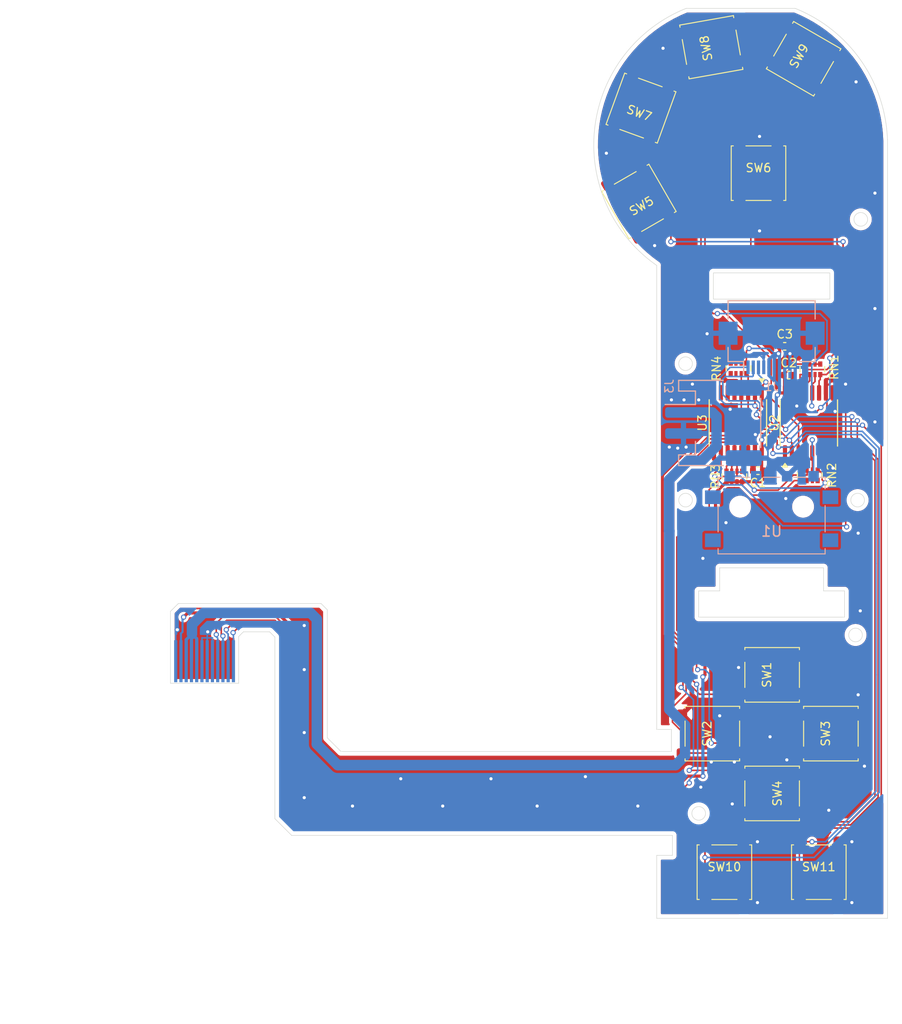
<source format=kicad_pcb>
(kicad_pcb (version 20240108) (generator "pcbnew") (generator_version "8.0")
  (title_block (title "Sitina 1 Grip Flex") (date "2024-05-09") (rev "R0.10") (company "Copyright 2024 Wenting Zhang"))
  (layers (0 "F.Cu" signal) (31 "B.Cu" signal) (34 "B.Paste" user) (35 "F.Paste" user) (36 "B.SilkS" user "B.Silkscreen") (37 "F.SilkS" user "F.Silkscreen") (38 "B.Mask" user) (39 "F.Mask" user) (44 "Edge.Cuts" user))
  (net 0 "")
  (net 1 "+3V3")
  (net 2 "GND")
  (net 3 "SPI_CS")
  (net 4 "SPI_SCLK")
  (net 5 "SPI_MOSI")
  (net 6 "SPI_MISO")
  (net 7 "+BATT")
  (net 8 "/KEYMODE")
  (net 9 "/KEYAF")
  (net 10 "/KEYALT")
  (net 11 "/KEYISO")
  (net 12 "/ENCB")
  (net 13 "/ENCA")
  (net 14 "/KEYSHTR")
  (net 15 "/ENCS")
  (net 16 "/KEYUP")
  (net 17 "/KEYLEFT")
  (net 18 "/KEYRIGHT")
  (net 19 "/KEYDOWN")
  (net 21 "KEY_LOAD")
  (net 22 "Net-(U2-Q7)")
  (net 23 "/KEYPB")
  (net 28 "/KEYMENU")
  (footprint "Capacitor_SMD:C_0402_1005Metric" (layer "F.Cu") (at 163.8 94)
    (property "Reference" "C3")
    (property "Value" "100nF")
  )
  (footprint "Capacitor_SMD:C_0402_1005Metric" (layer "F.Cu") (at 161.25 105.85 180)
    (property "Reference" "C1")
    (property "Value" "100nF")
  )
  (footprint "footprints:HX-TS5208A" (layer "F.Cu") (at 150.1 71.3 160)
    (property "Reference" "SW7")
    (property "Value" "~")
  )
  (footprint "Capacitor_SMD:C_0402_1005Metric" (layer "F.Cu") (at 164.1875 96.7375)
    (property "Reference" "C2")
    (property "Value" "100nF")
  )
  (footprint "footprints:HX-TS5208A" (layer "F.Cu") (at 156.8 65.5 100)
    (property "Reference" "SW8")
    (property "Value" "~")
  )
  (footprint "footprints:HX-TS5208A" (layer "F.Cu") (at 167.05 144.1)
    (property "Reference" "SW11")
    (property "Value" "~")
  )
  (footprint "Resistor_SMD:R_Array_Convex_4x0402" (layer "F.Cu") (at 159.4 96.1 90)
    (property "Reference" "RN4")
    (property "Value" "10K")
  )
  (footprint "footprints:HX-TS5208A" (layer "F.Cu") (at 158.05 144.1)
    (property "Reference" "SW10")
    (property "Value" "~")
  )
  (footprint "Resistor_SMD:R_Array_Convex_4x0402" (layer "F.Cu") (at 166.1875 106.2875 -90)
    (property "Reference" "RN2")
    (property "Value" "10K")
  )
  (footprint "Resistor_SMD:R_Array_Convex_4x0402" (layer "F.Cu") (at 159 106.4 -90)
    (property "Reference" "RN3")
    (property "Value" "10K")
  )
  (footprint "Resistor_SMD:R_Array_Convex_4x0402" (layer "F.Cu") (at 166.4375 96.1875 90)
    (property "Reference" "RN1")
    (property "Value" "10K")
  )
  (footprint "footprints:HX-TS5208A" (layer "F.Cu") (at 156.9 130.9 90)
    (property "Reference" "SW2")
    (property "Value" "~")
  )
  (footprint "footprints:HX-TS5208A" (layer "F.Cu") (at 161.3 77.5)
    (property "Reference" "SW6")
    (property "Value" "~")
  )
  (footprint "footprints:HX-TS5208A" (layer "F.Cu") (at 162.6 125.3 90)
    (property "Reference" "SW1")
    (property "Value" "~")
  )
  (footprint "Package_SO:TSSOP-16_4.4x5mm_P0.65mm" (layer "F.Cu") (at 166.1 101.3 90)
    (property "Reference" "U2")
    (property "Value" "74HC165")
  )
  (footprint "footprints:HX-TS5208A" (layer "F.Cu") (at 149.9 80.2 -150)
    (property "Reference" "SW5")
    (property "Value" "~")
  )
  (footprint "footprints:HX-TS5208A" (layer "F.Cu") (at 162.6 136.6 -90)
    (property "Reference" "SW4")
    (property "Value" "~")
  )
  (footprint "footprints:HX-TS5208A" (layer "F.Cu") (at 168.2 130.9 90)
    (property "Reference" "SW3")
    (property "Value" "~")
  )
  (footprint "Package_SO:TSSOP-16_4.4x5mm_P0.65mm" (layer "F.Cu") (at 159.3375 101.2875 -90)
    (property "Reference" "U3")
    (property "Value" "74HC165")
  )
  (footprint "footprints:HX-TS5208A" (layer "F.Cu") (at 165.6 66.6 60)
    (property "Reference" "SW9")
    (property "Value" "~")
  )
  (footprint "footprints:FPC_12" (layer "B.Cu") (at 108.5 124 180)
    (property "Reference" "J2" (hide yes))
    (property "Value" "Conn_01x12")
  )
  (footprint "Connector_JST:JST_PH_S2B-PH-SM4-TB_1x02-1MP_P2.00mm_Horizontal" (layer "B.Cu") (at 157 101.3 -90)
    (property "Reference" "J3")
    (property "Value" "Conn_01x02_MountingPin")
  )
  (footprint "Connector_FFC-FPC:Hirose_FH12-10S-0.5SH_1x10-1MP_P0.50mm_Horizontal" (layer "B.Cu") (at 162.55 94.15)
    (property "Reference" "J1")
    (property "Value" "Conn_01x10_MountingPin")
  )
  (footprint "footprints:SIQ-02FVS3_L" (layer "B.Cu") (at 162.55 113.775)
    (property "Reference" "U1")
    (property "Value" "~")
  )
  (gr_line (start 155.6 117.3) (end 155.6 119.8) (stroke (width 0.05)) (layer "Edge.Cuts"))
  (gr_line (start 153.1 142.5) (end 153.1 140.6) (stroke (width 0.05)) (layer "Edge.Cuts"))
  (gr_circle (center 170.75 108.65) (end 171.4 108.65) (stroke (width 0.05)) (fill none) (layer "Edge.Cuts"))
  (gr_line (start 115.2 139) (end 116.8 140.6) (stroke (width 0.05)) (layer "Edge.Cuts"))
  (gr_circle (center 170.55 121.5) (end 171.2 121.5) (stroke (width 0.05)) (fill none) (layer "Edge.Cuts"))
  (gr_line (start 151.6 148.5) (end 151.6 142.5) (stroke (width 0.05)) (layer "Edge.Cuts"))
  (gr_rect (start 157 87) (end 168.1 89.5) (stroke (width 0.05)) (fill none) (layer "Edge.Cuts"))
  (gr_line (start 169.5 117.3) (end 167.5 117.3) (stroke (width 0.05)) (layer "Edge.Cuts"))
  (gr_circle (center 155.6 138.5) (end 156.25 138.5) (stroke (width 0.05)) (fill none) (layer "Edge.Cuts"))
  (gr_line (start 105.25 126.1) (end 105.25 119.25) (stroke (width 0.05)) (layer "Edge.Cuts"))
  (gr_line (start 115.2 121.7) (end 115.2 139) (stroke (width 0.05)) (layer "Edge.Cuts"))
  (gr_line (start 106 118.5) (end 119.6 118.5) (stroke (width 0.05)) (layer "Edge.Cuts"))
  (gr_line (start 116.8 140.6) (end 153.1 140.6) (stroke (width 0.05)) (layer "Edge.Cuts"))
  (gr_arc (start 151.604283 86.293846) (mid 145.688895 73.212192) (end 154.4 61.8) (stroke (width 0.05)) (layer "Edge.Cuts"))
  (gr_line (start 121.5 132.6) (end 153 132.6) (stroke (width 0.05)) (layer "Edge.Cuts"))
  (gr_line (start 111.75 121.65) (end 112.2 121.2) (stroke (width 0.05)) (layer "Edge.Cuts"))
  (gr_line (start 151.6 142.5) (end 153.1 142.5) (stroke (width 0.05)) (layer "Edge.Cuts"))
  (gr_line (start 114.7 121.2) (end 115.2 121.7) (stroke (width 0.05)) (layer "Edge.Cuts"))
  (gr_line (start 173.6 148.5) (end 173.6 74.3) (stroke (width 0.05)) (layer "Edge.Cuts"))
  (gr_line (start 154.4 61.8) (end 164.799999 61.800001) (stroke (width 0.05)) (layer "Edge.Cuts"))
  (gr_line (start 157.6 115.1) (end 157.6 117.3) (stroke (width 0.05)) (layer "Edge.Cuts"))
  (gr_line (start 153 132.6) (end 153 130.5) (stroke (width 0.05)) (layer "Edge.Cuts"))
  (gr_line (start 157.6 117.3) (end 155.6 117.3) (stroke (width 0.05)) (layer "Edge.Cuts"))
  (gr_circle (center 154.35 95.65) (end 155 95.65) (stroke (width 0.05)) (fill none) (layer "Edge.Cuts"))
  (gr_line (start 173.6 148.5) (end 151.6 148.5) (stroke (width 0.05)) (layer "Edge.Cuts"))
  (gr_line (start 112.2 121.2) (end 114.7 121.2) (stroke (width 0.05)) (layer "Edge.Cuts"))
  (gr_arc (start 164.799999 61.800001) (mid 171.052171 66.744708) (end 173.592506 74.300267) (stroke (width 0.05)) (layer "Edge.Cuts"))
  (gr_line (start 153 130.5) (end 151.6 130.5) (stroke (width 0.05)) (layer "Edge.Cuts"))
  (gr_circle (center 171.05 81.9) (end 171.7 81.9) (stroke (width 0.05)) (fill none) (layer "Edge.Cuts"))
  (gr_circle (center 154.35 108.65) (end 155 108.65) (stroke (width 0.05)) (fill none) (layer "Edge.Cuts"))
  (gr_line (start 119.6 118.5) (end 120.2 119.1) (stroke (width 0.05)) (layer "Edge.Cuts"))
  (gr_line (start 155.6 119.8) (end 169.5 119.8) (stroke (width 0.05)) (layer "Edge.Cuts"))
  (gr_line (start 111.75 121.65) (end 111.75 126.1) (stroke (width 0.05)) (layer "Edge.Cuts"))
  (gr_line (start 111.75 126.1) (end 105.25 126.1) (stroke (width 0.05)) (layer "Edge.Cuts"))
  (gr_line (start 167.5 117.3) (end 167.5 115.1) (stroke (width 0.05)) (layer "Edge.Cuts"))
  (gr_line (start 151.6 130.5) (end 151.6 86.3) (stroke (width 0.05)) (layer "Edge.Cuts"))
  (gr_line (start 169.5 119.8) (end 169.5 117.3) (stroke (width 0.05)) (layer "Edge.Cuts"))
  (gr_line (start 120.2 131.3) (end 121.5 132.6) (stroke (width 0.05)) (layer "Edge.Cuts"))
  (gr_line (start 105.25 119.25) (end 106 118.5) (stroke (width 0.05)) (layer "Edge.Cuts"))
  (gr_line (start 167.5 115.1) (end 157.6 115.1) (stroke (width 0.05)) (layer "Edge.Cuts"))
  (gr_line (start 120.2 119.1) (end 120.2 131.3) (stroke (width 0.05)) (layer "Edge.Cuts"))
  (segment (start 160.15 94.45) (end 160.4 94.2) (width 0.15) (layer "F.Cu") (net 1))
  (segment (start 115.454594 119.4) (end 117.275 121.220406) (width 0.3) (layer "F.Cu") (net 1))
  (segment (start 159.75 106.9) (end 161.4871 106.9) (width 0.3) (layer "F.Cu") (net 1))
  (segment (start 161.4871 106.9) (end 161.73 106.6571) (width 0.3) (layer "F.Cu") (net 1))
  (segment (start 159.75 107.221752) (end 159.75 106.9) (width 0.15) (layer "F.Cu") (net 1))
  (segment (start 155.993562 134.95) (end 156 134.956438) (width 0.3) (layer "F.Cu") (net 1))
  (segment (start 163.32 94.58) (end 163.2 94.7) (width 0.3) (layer "F.Cu") (net 1))
  (segment (start 161.6 105.72) (end 161.6 104.1625) (width 0.3) (layer "F.Cu") (net 1))
  (segment (start 157.2 107.95) (end 158.25 106.9) (width 0.3) (layer "F.Cu") (net 1))
  (segment (start 164.7125 106.7875) (end 163.325 108.175) (width 0.15) (layer "F.Cu") (net 1))
  (segment (start 154.2 112.9) (end 157.2 109.9) (width 0.3) (layer "F.Cu") (net 1))
  (segment (start 166.4375 106.7875) (end 165.4375 106.7875) (width 0.15) (layer "F.Cu") (net 1))
  (segment (start 156.2 125.3) (end 156.2 122.622703) (width 0.3) (layer "F.Cu") (net 1))
  (segment (start 157.2 109.9) (end 157.2 107.95) (width 0.3) (layer "F.Cu") (net 1))
  (segment (start 154.2 120.622703) (end 154.2 112.9) (width 0.3) (layer "F.Cu") (net 1))
  (segment (start 161.73 105.85) (end 161.6 105.72) (width 0.3) (layer "F.Cu") (net 1))
  (segment (start 117.275 121.220406) (end 117.275 138.1475) (width 0.3) (layer "F.Cu") (net 1))
  (segment (start 158.65 95.6) (end 160.15 95.6) (width 0.15) (layer "F.Cu") (net 1))
  (segment (start 161.73 106.6571) (end 161.73 105.85) (width 0.3) (layer "F.Cu") (net 1))
  (segment (start 163.825 96.855) (end 163.7075 96.7375) (width 0.3) (layer "F.Cu") (net 1))
  (segment (start 117.7525 138.625) (end 150.875 138.625) (width 0.3) (layer "F.Cu") (net 1))
  (segment (start 161.6 104.1625) (end 161.6125 104.15) (width 0.3) (layer "F.Cu") (net 1))
  (segment (start 166.9375 106.7875) (end 166.5108 106.7875) (width 0.15) (layer "F.Cu") (net 1))
  (segment (start 167.1875 95.6875) (end 166.7608 95.6875) (width 0.15) (layer "F.Cu") (net 1))
  (segment (start 106.9 119.4) (end 115.454594 119.4) (width 0.3) (layer "F.Cu") (net 1))
  (segment (start 117.275 138.1475) (end 117.7525 138.625) (width 0.3) (layer "F.Cu") (net 1))
  (segment (start 154.55 134.95) (end 155.993562 134.95) (width 0.3) (layer "F.Cu") (net 1))
  (segment (start 163.325 108.175) (end 160.703248 108.175) (width 0.15) (layer "F.Cu") (net 1))
  (segment (start 163.825 98.4375) (end 163.7075 98.4375) (width 0.15) (layer "F.Cu") (net 1))
  (segment (start 156 125.5) (end 156.2 125.3) (width 0.3) (layer "F.Cu") (net 1))
  (segment (start 166.6875 95.5683) (end 166.7608 95.6416) (width 0.15) (layer "F.Cu") (net 1))
  (segment (start 165.6875 95.6875) (end 164.7575 95.6875) (width 0.15) (layer "F.Cu") (net 1))
  (segment (start 161.6125 104.15) (end 161.6125 102.9) (width 0.3) (layer "F.Cu") (net 1))
  (segment (start 166.5108 106.8333) (end 166.5108 106.7875) (width 0.15) (layer "F.Cu") (net 1))
  (segment (start 163.7075 98.4375) (end 163.7075 96.7375) (width 0.15) (layer "F.Cu") (net 1))
  (segment (start 160.703248 108.175) (end 159.75 107.221752) (width 0.15) (layer "F.Cu") (net 1))
  (segment (start 163.32 94) (end 163.32 94.58) (width 0.3) (layer "F.Cu") (net 1))
  (segment (start 165.4375 106.7875) (end 164.7125 106.7875) (width 0.15) (layer "F.Cu") (net 1))
  (segment (start 164.7575 95.6875) (end 163.7075 96.7375) (width 0.15) (layer "F.Cu") (net 1))
  (segment (start 163.825 98.4375) (end 163.825 96.855) (width 0.3) (layer "F.Cu") (net 1))
  (segment (start 166.4375 106.7875) (end 166.4375 106.9066) (width 0.15) (layer "F.Cu") (net 1))
  (segment (start 163.7075 98.4375) (end 163.3042 98.4375) (width 0.15) (layer "F.Cu") (net 1))
  (segment (start 163.825 98.4375) (end 163.3042 98.4375) (width 0.3) (layer "F.Cu") (net 1))
  (segment (start 166.4375 106.9066) (end 166.5108 106.8333) (width 0.15) (layer "F.Cu") (net 1))
  (segment (start 166.6875 95.6875) (end 165.6875 95.6875) (width 0.15) (layer "F.Cu") (net 1))
  (segment (start 163.3042 98.4375) (end 163.1102 98.6315) (width 0.3) (layer "F.Cu") (net 1))
  (segment (start 156.2 122.622703) (end 154.2 120.622703) (width 0.3) (layer "F.Cu") (net 1))
  (segment (start 160.15 95.6) (end 160.15 94.45) (width 0.15) (layer "F.Cu") (net 1))
  (segment (start 150.875 138.625) (end 154.55 134.95) (width 0.3) (layer "F.Cu") (net 1))
  (segment (start 106.5 119.8) (end 106.9 119.4) (width 0.3) (layer "F.Cu") (net 1))
  (segment (start 166.7608 95.6416) (end 166.7608 95.6875) (width 0.15) (layer "F.Cu") (net 1))
  (segment (start 158.25 106.9) (end 159.75 106.9) (width 0.3) (layer "F.Cu") (net 1))
  (segment (start 166.6875 95.6875) (end 166.6875 95.5683) (width 0.15) (layer "F.Cu") (net 1))
  (via (at 106.5 119.8) (size 0.5) (drill 0.3) (layers "F.Cu" "B.Cu") (net 1))
  (via (at 163.2 94.7) (size 0.5) (drill 0.3) (layers "F.Cu" "B.Cu") (net 1))
  (via (at 156 125.5) (size 0.5) (drill 0.3) (layers "F.Cu" "B.Cu") (net 1))
  (via (at 156 134.956438) (size 0.5) (drill 0.3) (layers "F.Cu" "B.Cu") (net 1))
  (via (at 163.1102 98.6315) (size 0.5) (drill 0.3) (layers "F.Cu" "B.Cu") (net 1))
  (via (at 160.4 94.2) (size 0.5) (drill 0.3) (layers "F.Cu" "B.Cu") (net 1))
  (via (at 161.6125 102.9) (size 0.5) (drill 0.3) (layers "F.Cu" "B.Cu") (net 1))
  (segment (start 160.4 94.2) (end 162.35 94.2) (width 0.15) (layer "B.Cu") (net 1))
  (segment (start 162.3 96) (end 162.3 95.25) (width 0.3) (layer "B.Cu") (net 1))
  (segment (start 156 134.956438) (end 156 125.5) (width 0.3) (layer "B.Cu") (net 1))
  (segment (start 162.3 95.25) (end 162.85 94.7) (width 0.3) (layer "B.Cu") (net 1))
  (segment (start 106.5 119.8) (end 106.4 119.9) (width 0.2) (layer "B.Cu") (net 1))
  (segment (start 163 98.7417) (end 163.1102 98.6315) (width 0.3) (layer "B.Cu") (net 1))
  (segment (start 162.35 94.2) (end 162.85 94.7) (width 0.15) (layer "B.Cu") (net 1))
  (segment (start 163 101.26967) (end 163 98.7417) (width 0.3) (layer "B.Cu") (net 1))
  (segment (start 162.8 96) (end 162.8 95.1) (width 0.3) (layer "B.Cu") (net 1))
  (segment (start 161.6125 102.65717) (end 163 101.26967) (width 0.3) (layer "B.Cu") (net 1))
  (segment (start 162.85 94.7) (end 163.2 94.7) (width 0.3) (layer "B.Cu") (net 1))
  (segment (start 106.4 121.207107) (end 106.25 121.357107) (width 0.2) (layer "B.Cu") (net 1))
  (segment (start 161.6125 102.9) (end 161.6125 102.65717) (width 0.3) (layer "B.Cu") (net 1))
  (segment (start 162.8 95.1) (end 163.2 94.7) (width 0.3) (layer "B.Cu") (net 1))
  (segment (start 106.25 121.357107) (end 106.25 124) (width 0.2) (layer "B.Cu") (net 1))
  (segment (start 162.3 96) (end 162.3 96.78) (width 0.3) (layer "B.Cu") (net 1))
  (segment (start 163.3 97.78) (end 163.3 96) (width 0.3) (layer "B.Cu") (net 1))
  (segment (start 163.3 94.8) (end 163.2 94.7) (width 0.3) (layer "B.Cu") (net 1))
  (segment (start 162.3 96.78) (end 162.8 97.28) (width 0.15) (layer "B.Cu") (net 1))
  (segment (start 162.8 96) (end 162.8 97.28) (width 0.3) (layer "B.Cu") (net 1))
  (segment (start 106.4 119.9) (end 106.4 121.207107) (width 0.2) (layer "B.Cu") (net 1))
  (segment (start 163.1102 98.6315) (end 163.3 98.4417) (width 0.3) (layer "B.Cu") (net 1))
  (segment (start 163.3 96) (end 163.3 94.8) (width 0.3) (layer "B.Cu") (net 1))
  (segment (start 162.8 97.28) (end 163.01 97.49) (width 0.3) (layer "B.Cu") (net 1))
  (segment (start 162.8379 96.4004) (end 162.8 96.4383) (width 0.15) (layer "B.Cu") (net 1))
  (segment (start 162.8 96) (end 162.8 96.4383) (width 0.15) (layer "B.Cu") (net 1))
  (segment (start 163.01 97.49) (end 163.3 97.78) (width 0.3) (layer "B.Cu") (net 1))
  (segment (start 163.3 98.4417) (end 163.3 97.78) (width 0.3) (layer "B.Cu") (net 1))
  (segment (start 162.3 96.78) (end 163.01 97.49) (width 0.3) (layer "B.Cu") (net 1))
  (segment (start 160.9625 104.15) (end 160.9625 102.9725) (width 0.15) (layer "F.Cu") (net 2))
  (segment (start 165.3 129.05) (end 164.9115 129.4385) (width 0.15) (layer "F.Cu") (net 2))
  (segment (start 169.0365 66.4479) (end 169.92 67.3314) (width 0.15) (layer "F.Cu") (net 2))
  (segment (start 159.9 141.2) (end 161.2 141.2) (width 0.15) (layer "F.Cu") (net 2))
  (segment (start 164.9487 99.6856) (end 166.5822 101.3191) (width 0.15) (layer "F.Cu") (net 2))
  (segment (start 169.2667 116.4697) (end 169.4782 116.6812) (width 0.15) (layer "F.Cu") (net 2))
  (segment (start 168.9 147) (end 170.2 147) (width 0.15) (layer "F.Cu") (net 2))
  (segment (start 159.9 147) (end 161.2 147) (width 0.15) (layer "F.Cu") (net 2))
  (segment (start 170.104023 120.075977) (end 166.3056 123.8744) (width 0.15) (layer "F.Cu") (net 2))
  (segment (start 169.6712 116.6812) (end 170.104023 117.114023) (width 0.15) (layer "F.Cu") (net 2))
  (segment (start 168.375 103.1119) (end 168.375 104.1625) (width 0.15) (layer "F.Cu") (net 2))
  (segment (start 164.6675 96.7375) (end 164.475 96.93) (width 0.15) (layer "F.Cu") (net 2))
  (segment (start 169.1987 114.1625) (end 169.1987 114.6523) (width 0.15) (layer "F.Cu") (net 2))
  (segment (start 106.225 118.975) (end 117.475 118.975) (width 0.15) (layer "F.Cu") (net 2))
  (segment (start 105.9 119.3) (end 106.225 118.975) (width 0.15) (layer "F.Cu") (net 2))
  (segment (start 167.7337 98.4375) (end 167.8263 98.5301) (width 0.15) (layer "F.Cu") (net 2))
  (segment (start 149.3534 67.9422) (end 152.2 65.6) (width 0.15) (layer "F.Cu") (net 2))
  (segment (start 169.2123 115.6457) (end 169.2123 115.7147) (width 0.15) (layer "F.Cu") (net 2))
  (segment (start 159.7081 63.5479) (end 159.3347 63.1745) (width 0.15) (layer "F.Cu") (net 2))
  (segment (start 164.9115 129.4385) (end 164.523 129.4385) (width 0.15) (layer "F.Cu") (net 2))
  (segment (start 153.6228 64.1817) (end 159.3347 63.1745) (width 0.15) (layer "F.Cu") (net 2))
  (segment (start 168.9117 106.213) (end 169.1953 106.4966) (width 0.15) (layer "F.Cu") (net 2))
  (segment (start 147.3697 73.3924) (end 149.3534 67.9422) (width 0.15) (layer "F.Cu") (net 2))
  (segment (start 169.92 67.3314) (end 169.92 95.6924) (width 0.15) (layer "F.Cu") (net 2))
  (segment (start 166.3056 123.8744) (end 165.9245 123.8744) (width 0.15) (layer "F.Cu") (net 2))
  (segment (start 157.0625 99.0725) (end 157.0625 98.425) (width 0.15) (layer "F.Cu") (net 2))
  (segment (start 169.2304 115.7328) (end 169.2304 116.0372) (width 0.15) (layer "F.Cu") (net 2))
  (segment (start 152.2 65.6) (end 153.6228 64.1817) (width 0.15) (layer "F.Cu") (net 2))
  (segment (start 169.1953 106.4966) (end 169.1953 110.768) (width 0.15) (layer "F.Cu") (net 2))
  (segment (start 105.9 121) (end 105.9 119.3) (width 0.15) (layer "F.Cu") (net 2))
  (segment (start 154.7518 128.2982) (end 154 129.05) (width 0.15) (layer "F.Cu") (net 2))
  (segment (start 168.9106 105.4121) (end 168.9117 105.4132) (width 0.15) (layer "F.Cu") (net 2))
  (segment (start 152.15635 86.47365) (end 157.0625 91.3798) (width 0.15) (layer "F.Cu") (net 2))
  (segment (start 161.3119 63.5479) (end 164.0135 63.5479) (width 0.15) (layer "F.Cu") (net 2))
  (segment (start 149.747853 83.636473) (end 152.15635 86.04497) (width 0.15) (layer "F.Cu") (net 2))
  (segment (start 164.475 96.93) (end 164.475 98.4375) (width 0.15) (layer "F.Cu") (net 2))
  (segment (start 117.475 118.975) (end 118.1 119.6) (width 0.15) (layer "F.Cu") (net 2))
  (segment (start 168.9 141.2) (end 170.2 141.2) (width 0.15) (layer "F.Cu") (net 2))
  (segment (start 160.9625 102.9725) (end 157.0625 99.0725) (width 0.15) (layer "F.Cu") (net 2))
  (segment (start 163.15 80.4) (end 163.15 74.6) (width 0.15) (layer "F.Cu") (net 2))
  (segment (start 161.3119 63.5479) (end 159.7081 63.5479) (width 0.15) (layer "F.Cu") (net 2))
  (segment (start 168.375 104.1625) (end 168.9106 104.6981) (width 0.15) (layer "F.Cu") (net 2))
  (segment (start 164.523 129.4385) (end 160.1885 129.4385) (width 0.15) (layer "F.Cu") (net 2))
  (segment (start 169.4782 116.6812) (end 169.6712 116.6812) (width 0.15) (layer "F.Cu") (net 2))
  (segment (start 168.9106 104.6981) (end 168.9106 105.4121) (width 0.15) (layer "F.Cu") (net 2))
  (segment (start 161.3119 72.7619) (end 163.15 74.6) (width 0.15) (layer "F.Cu") (net 2))
  (segment (start 164.0135 63.5479) (end 169.0365 66.4479) (width 0.15) (layer "F.Cu") (net 2))
  (segment (start 160.1885 129.4385) (end 159.8 129.05) (width 0.15) (layer "F.Cu") (net 2))
  (segment (start 169.2032 114.6568) (end 169.2032 115.6366) (width 0.15) (layer "F.Cu") (net 2))
  (segment (start 169.1987 114.6523) (end 169.2032 114.6568) (width 0.15) (layer "F.Cu") (net 2))
  (segment (start 146.8479 78.6135) (end 149.7479 83.6365) (width 0.15) (layer "F.Cu") (net 2))
  (segment (start 169.1964 114.1602) (end 169.1987 114.1625) (width 0.15) (layer "F.Cu") (net 2))
  (segment (start 166.5822 101.3191) (end 168.375 103.1119) (width 0.15) (layer "F.Cu") (net 2))
  (segment (start 169.1964 110.7691) (end 169.1964 114.1602) (width 0.15) (layer "F.Cu") (net 2))
  (segment (start 167.8263 98.5301) (end 167.8263 100.075) (width 0.15) (layer "F.Cu") (net 2))
  (segment (start 169.2032 115.6366) (end 169.2123 115.6457) (width 0.15) (layer "F.Cu") (net 2))
  (segment (start 165.5 138.45) (end 159.7 138.45) (width 0.15) (layer "F.Cu") (net 2))
  (segment (start 167.7337 97.8787) (end 167.7337 98.4375) (width 0.15) (layer "F.Cu") (net 2))
  (segment (start 165.5 123.45) (end 159.7 123.45) (width 0.15) (layer "F.Cu") (net 2))
  (segment (start 152.15635 86.04497) (end 152.15635 86.47365) (width 0.15) (layer "F.Cu") (net 2))
  (segment (start 167.7337 98.4375) (end 167.725 98.4375) (width 0.15) (layer "F.Cu") (net 2))
  (segment (start 170.104023 117.114023) (end 170.104023 120.075977) (width 0.15) (layer "F.Cu") (net 2))
  (segment (start 169.2667 116.0735) (end 169.2667 116.4697) (width 0.15) (layer "F.Cu") (net 2))
  (segment (start 158.9724 128.2982) (end 154.7518 128.2982) (width 0.15) (layer "F.Cu") (net 2))
  (segment (start 160.77 105.85) (end 160.9625 105.6575) (width 0.15) (layer "F.Cu") (net 2))
  (segment (start 160.9625 105.6575) (end 160.9625 104.15) (width 0.15) (layer "F.Cu") (net 2))
  (segment (start 161.3119 63.5479) (end 161.3119 72.7619) (width 0.15) (layer "F.Cu") (net 2))
  (segment (start 164.28 94) (end 164.28 94.68) (width 0.15) (layer "F.Cu") (net 2))
  (segment (start 164.475 99.2119) (end 164.9487 99.6856) (width 0.15) (layer "F.Cu") (net 2))
  (segment (start 169.1953 110.768) (end 169.1964 110.7691) (width 0.15) (layer "F.Cu") (net 2))
  (segment (start 164.28 94.68) (end 164.3 94.7) (width 0.15) (layer "F.Cu") (net 2))
  (segment (start 168.9117 105.4132) (end 168.9117 106.213) (width 0.15) (layer "F.Cu") (net 2))
  (segment (start 146.8479 78.6135) (end 147.3697 73.3924) (width 0.15) (layer "F.Cu") (net 2))
  (segment (start 169.92 95.6924) (end 167.7337 97.8787) (width 0.15) (layer "F.Cu") (net 2))
  (segment (start 167.8263 100.075) (end 166.5822 101.3191) (width 0.15) (layer "F.Cu") (net 2))
  (segment (start 164.475 98.4375) (end 164.475 99.2119) (width 0.15) (layer "F.Cu") (net 2))
  (segment (start 171.1 129.05) (end 166.2546 129.05) (width 0.15) (layer "F.Cu") (net 2))
  (segment (start 165.9245 123.8744) (end 165.5 123.45) (width 0.15) (layer "F.Cu") (net 2))
  (segment (start 169.2304 116.0372) (end 169.2667 116.0735) (width 0.15) (layer "F.Cu") (net 2))
  (segment (start 166.2546 129.05) (end 165.3 129.05) (width 0.15) (layer "F.Cu") (net 2))
  (segment (start 159.8 129.05) (end 159.0482 128.2982) (width 0.15) (layer "F.Cu") (net 2))
  (segment (start 157.0625 91.3798) (end 157.0625 98.425) (width 0.15) (layer "F.Cu") (net 2))
  (segment (start 169.2123 115.7147) (end 169.2304 115.7328) (width 0.15) (layer "F.Cu") (net 2))
  (segment (start 166.2546 124.2046) (end 165.9245 123.8744) (width 0.15) (layer "F.Cu") (net 2))
  (segment (start 166.2546 129.05) (end 166.2546 124.2046) (width 0.15) (layer "F.Cu") (net 2))
  (segment (start 159.0482 128.2982) (end 158.9724 128.2982) (width 0.15) (layer "F.Cu") (net 2))
  (via (at 161.4 74) (size 0.5) (drill 0.3) (layers "F.Cu" "B.Cu") (net 2))
  (via (at 118 130.8) (size 0.5) (drill 0.3) (layers "F.Cu" "B.Cu") (net 2))
  (via (at 170.8 111.8) (size 0.5) (drill 0.3) (layers "F.Cu" "B.Cu") (net 2))
  (via (at 159.4 124.6) (size 0.5) (drill 0.3) (layers "F.Cu" "B.Cu") (net 2))
  (via (at 168 138.2) (size 0.5) (drill 0.3) (layers "F.Cu" "B.Cu") (net 2))
  (via (at 118 124.8) (size 0.5) (drill 0.3) (layers "F.Cu" "B.Cu") (net 2))
  (via (at 164.3 94.7) (size 0.5) (drill 0.3) (layers "F.Cu" "B.Cu") (net 2))
  (via (at 149.8 137.8) (size 0.5) (drill 0.3) (layers "F.Cu" "B.Cu") (net 2))
  (via (at 131.2 137.8) (size 0.5) (drill 0.3) (layers "F.Cu" "B.Cu") (net 2))
  (via (at 159 133.6) (size 0.5) (drill 0.3) (layers "F.Cu" "B.Cu") (net 2))
  (via (at 118 137) (size 0.5) (drill 0.3) (layers "F.Cu" "B.Cu") (net 2))
  (via (at 152.2 65.6) (size 0.5) (drill 0.3) (layers "F.Cu" "B.Cu") (net 2))
  (via (at 161 102.4) (size 0.5) (drill 0.3) (layers "F.Cu" "B.Cu") (net 2))
  (via (at 156.8 133.6) (size 0.5) (drill 0.3) (layers "F.Cu" "B.Cu") (net 2))
  (via (at 127.2 135.2) (size 0.5) (drill 0.3) (layers "F.Cu" "B.Cu") (net 2))
  (via (at 153.6 103.7) (size 0.5) (drill 0.3) (layers "F.Cu" "B.Cu") (net 2))
  (via (at 158.2 110.8) (size 0.5) (drill 0.3) (layers "F.Cu" "B.Cu") (net 2))
  (via (at 155 97.6) (size 0.5) (drill 0.3) (layers "F.Cu" "B.Cu") (net 2))
  (via (at 172.4 101.2) (size 0.5) (drill 0.3) (layers "F.Cu" "B.Cu") (net 2))
  (via (at 122.6 137.8) (size 0.5) (drill 0.3) (layers "F.Cu" "B.Cu") (net 2))
  (via (at 161.2 141.2) (size 0.5) (drill 0.3) (layers "F.Cu" "B.Cu") (net 2))
  (via (at 168.6 100.2) (size 0.5) (drill 0.3) (layers "F.Cu" "B.Cu") (net 2))
  (via (at 118 120.6) (size 0.5) (drill 0.3) (layers "F.Cu" "B.Cu") (net 2))
  (via (at 170.8 127.2) (size 0.5) (drill 0.3) (layers "F.Cu" "B.Cu") (net 2))
  (via (at 154.2 99.1) (size 0.5) (drill 0.3) (layers "F.Cu" "B.Cu") (net 2))
  (via (at 171.4 134) (size 0.5) (drill 0.3) (layers "F.Cu" "B.Cu") (net 2))
  (via (at 171 119.2) (size 0.5) (drill 0.3) (layers "F.Cu" "B.Cu") (net 2))
  (via (at 155.6 99.1) (size 0.5) (drill 0.3) (layers "F.Cu" "B.Cu") (net 2))
  (via (at 157.6 129.2) (size 0.5) (drill 0.3) (layers "F.Cu" "B.Cu") (net 2))
  (via (at 158.6 100) (size 0.5) (drill 0.3) (layers "F.Cu" "B.Cu") (net 2))
  (via (at 155.8 136) (size 0.5) (drill 0.3) (layers "F.Cu" "B.Cu") (net 2))
  (via (at 140.2 137.8) (size 0.5) (drill 0.3) (layers "F.Cu" "B.Cu") (net 2))
  (via (at 144.8 135) (size 0.5) (drill 0.3) (layers "F.Cu" "B.Cu") (net 2))
  (via (at 158.8 137.6) (size 0.5) (drill 0.3) (layers "F.Cu" "B.Cu") (net 2))
  (via (at 152.8 103.6) (size 0.5) (drill 0.3) (layers "F.Cu" "B.Cu") (net 2))
  (via (at 163.9 108.5) (size 0.5) (drill 0.3) (layers "F.Cu" "B.Cu") (net 2))
  (via (at 135.8 135.2) (size 0.5) (drill 0.3) (layers "F.Cu" "B.Cu") (net 2))
  (via (at 172.4 79.4) (size 0.5) (drill 0.3) (layers "F.Cu" "B.Cu") (net 2))
  (via (at 108.8 121.2) (size 0.5) (drill 0.3) (layers "F.Cu" "B.Cu") (net 2))
  (via (at 168.4 105.6) (size 0.5) (drill 0.3) (layers "F.Cu" "B.Cu") (net 2))
  (via (at 151.4 84.4) (size 0.5) (drill 0.3) (layers "F.Cu" "B.Cu") (net 2))
  (via (at 164.9487 99.6856) (size 0.5) (drill 0.3) (layers "F.Cu" "B.Cu") (net 2))
  (via (at 154.4 103.6) (size 0.5) (drill 0.3) (layers "F.Cu" "B.Cu") (net 2))
  (via (at 161.2 147) (size 0.5) (drill 0.3) (layers "F.Cu" "B.Cu") (net 2))
  (via (at 146.8 75.6) (size 0.5) (drill 0.3) (layers "F.Cu" "B.Cu") (net 2))
  (via (at 153 99.1) (size 0.5) (drill 0.3) (layers "F.Cu" "B.Cu") (net 2))
  (via (at 105.9 121) (size 0.5) (drill 0.3) (layers "F.Cu" "B.Cu") (net 2))
  (via (at 156.4 92.8) (size 0.5) (drill 0.3) (layers "F.Cu" "B.Cu") (net 2))
  (via (at 170.2 147) (size 0.5) (drill 0.3) (layers "F.Cu" "B.Cu") (net 2))
  (via (at 161.4 83) (size 0.5) (drill 0.3) (layers "F.Cu" "B.Cu") (net 2))
  (via (at 170.6 68.8) (size 0.5) (drill 0.3) (layers "F.Cu" "B.Cu") (net 2))
  (via (at 170.2 141.2) (size 0.5) (drill 0.3) (layers "F.Cu" "B.Cu") (net 2))
  (via (at 169.6 97.6) (size 0.5) (drill 0.3) (layers "F.Cu" "B.Cu") (net 2))
  (via (at 156 114.2) (size 0.5) (drill 0.3) (layers "F.Cu" "B.Cu") (net 2))
  (via (at 172.4 90.4) (size 0.5) (drill 0.3) (layers "F.Cu" "B.Cu") (net 2))
  (via (at 164 133.4) (size 0.5) (drill 0.3) (layers "F.Cu" "B.Cu") (net 2))
  (via (at 162.4 131.2) (size 0.5) (drill 0.3) (layers "F.Cu" "B.Cu") (net 2))
  (segment (start 164.28 97.105) (end 164.28 97.4) (width 0.15) (layer "B.Cu") (net 2))
  (segment (start 164.8 96) (end 164.8 97) (width 0.15) (layer "B.Cu") (net 2))
  (segment (start 108.25 121.773) (end 108.252 121.775) (width 0.15) (layer "B.Cu") (net 2))
  (segment (start 164.8 96) (end 164.8 96.585) (width 0.15) (layer "B.Cu") (net 2))
  (segment (start 166 94.6) (end 165.93835 94.66165) (width 0.15) (layer "B.Cu") (net 2))
  (segment (start 166.2 94.6) (end 166 94.6) (width 0.15) (layer "B.Cu") (net 2))
  (segment (start 163.675 106.375) (end 164.025 106.375) (width 0.15) (layer "B.Cu") (net 2))
  (segment (start 161.4 94.8) (end 158.6509 94.8) (width 0.15) (layer "B.Cu") (net 2))
  (segment (start 105.75 121.15) (end 105.75 124) (width 0.15) (layer "B.Cu") (net 2))
  (segment (start 164.8 95.5616) (end 164.8 95.1233) (width 0.15) (layer "B.Cu") (net 2))
  (segment (start 166.7 94.1) (end 166.2 94.6) (width 0.15) (layer "B.Cu") (net 2))
  (segment (start 162.2 104.9) (end 163.675 106.375) (width 0.15) (layer "B.Cu") (net 2))
  (segment (start 105.9 121) (end 105.75 121.15) (width 0.15) (layer "B.Cu") (net 2))
  (segment (start 157.25 96.6) (end 157.25 96.75) (width 0.15) (layer "B.Cu") (net 2))
  (segment (start 164.6 97.2) (end 164.4 97.2) (width 0.15) (layer "B.Cu") (net 2))
  (segment (start 108.252 121.775) (end 108.75 121.775) (width 0.15) (layer "B.Cu") (net 2))
  (segment (start 161.8 96) (end 161.8 95.2) (width 0.15) (layer "B.Cu") (net 2))
  (segment (start 108.75 124) (end 108.75 121.775) (width 0.15) (layer "B.Cu") (net 2))
  (segment (start 164.28 96.6266) (end 164.28 97.8) (width 0.15) (layer "B.Cu") (net 2))
  (segment (start 164.16 97.2) (end 164.28 97.32) (width 0.15) (layer "B.Cu") (net 2))
  (segment (start 108.75 121.775) (end 108.75 121.25) (width 0.15) (layer "B.Cu") (net 2))
  (segment (start 164.707 100.093) (end 162.2 102.6) (width 0.15) (layer "B.Cu") (net 2))
  (segment (start 154.9 99.1) (end 154.2 99.1) (width 0.15) (layer "B.Cu") (net 2))
  (segment (start 164.28 95.8387) (end 164.28 96.6266) (width 0.15) (layer "B.Cu") (net 2))
  (segment (start 164.5571 95.5616) (end 164.3 95.8187) (width 0.15) (layer "B.Cu") (net 2))
  (segment (start 158.6509 94.8) (end 158.6509 94.3276) (width 0.15) (layer "B.Cu") (net 2))
  (segment (start 108.75 121.25) (end 108.8 121.2) (width 0.15) (layer "B.Cu") (net 2))
  (segment (start 164.28 96.6266) (end 164.28 96.6484) (width 0.15) (layer "B.Cu") (net 2))
  (segment (start 164.3 95.8187) (end 164.28 95.8387) (width 0.15) (layer "B.Cu") (net 2))
  (segment (start 158.6509 94.3276) (end 158.4 94.0767) (width 0.15) (layer "B.Cu") (net 2))
  (segment (start 109.25 121.775) (end 108.75 121.775) (width 0.15) (layer "B.Cu") (net 2))
  (segment (start 108.25 124) (end 108.25 121.773) (width 0.15) (layer "B.Cu") (net 2))
  (segment (start 164.8 96) (end 164.8 95.5616) (width 0.15) (layer "B.Cu") (net 2))
  (segment (start 158.6509 94.8) (end 158.6509 95.1991) (width 0.15) (layer "B.Cu") (net 2))
  (segment (start 164.28 99.2586) (end 164.707 99.6856) (width 0.15) (layer "B.Cu") (net 2))
  (segment (start 154.15 103.35) (end 154.15 102.3) (width 0.15) (layer "B.Cu") (net 2))
  (segment (start 109.25 124) (end 109.25 121.85) (width 0.15) (layer "B.Cu") (net 2))
  (segment (start 166.7 92.75) (end 166.7 94.1) (width 0.15) (layer "B.Cu") (net 2))
  (segment (start 164.8 95.5616) (end 164.5571 95.5616) (width 0.15) (layer "B.Cu") (net 2))
  (segment (start 158.6509 95.1991) (end 157.25 96.6) (width 0.15) (layer "B.Cu") (net 2))
  (segment (start 165.26165 94.66165) (end 164.8 95.1233) (width 0.15) (layer "B.Cu") (net 2))
  (segment (start 157.25 96.75) (end 154.9 99.1) (width 0.15) (layer "B.Cu") (net 2))
  (segment (start 153.6 103.7) (end 154.15 103.15) (width 0.15) (layer "B.Cu") (net 2))
  (segment (start 164.28 97.8) (end 164.28 99.2586) (width 0.15) (layer "B.Cu") (net 2))
  (segment (start 161.8 95.2) (end 161.4 94.8) (width 0.15) (layer "B.Cu") (net 2))
  (segment (start 164.28 97.4) (end 164.28 97.8) (width 0.15) (layer "B.Cu") (net 2))
  (segment (start 162.2 102.6) (end 162.2 104.9) (width 0.15) (layer "B.Cu") (net 2))
  (segment (start 163.8 96) (end 163.8 97) (width 0.15) (layer "B.Cu") (net 2))
  (segment (start 164.707 99.6856) (end 164.707 100.093) (width 0.15) (layer "B.Cu") (net 2))
  (segment (start 158.4 92.75) (end 158.4 94.0767) (width 0.15) (layer "B.Cu") (net 2))
  (segment (start 109.25 121.85) (end 109.25 121.775) (width 0.15) (layer "B.Cu") (net 2))
  (segment (start 164.8 97) (end 164.6 97.2) (width 0.15) (layer "B.Cu") (net 2))
  (segment (start 154.15 103.15) (end 154.15 102.3) (width 0.15) (layer "B.Cu") (net 2))
  (segment (start 164.4 97.2) (end 164.28 97.32) (width 0.15) (layer "B.Cu") (net 2))
  (segment (start 109.25 121.85) (end 109.25 121.775) (width 0.15) (layer "B.Cu") (net 2))
  (segment (start 163.8 96) (end 163.8 96.625) (width 0.15) (layer "B.Cu") (net 2))
  (segment (start 163.8 97) (end 164 97.2) (width 0.15) (layer "B.Cu") (net 2))
  (segment (start 164.3 96) (end 164.3 95.8187) (width 0.15) (layer "B.Cu") (net 2))
  (segment (start 164 97.2) (end 164.16 97.2) (width 0.15) (layer "B.Cu") (net 2))
  (segment (start 165.93835 94.66165) (end 165.26165 94.66165) (width 0.15) (layer "B.Cu") (net 2))
  (segment (start 164.28 97.32) (end 164.28 97.4) (width 0.15) (layer "B.Cu") (net 2))
  (segment (start 154.4 103.6) (end 154.15 103.35) (width 0.15) (layer "B.Cu") (net 2))
  (segment (start 164.707 99.6856) (end 164.9487 99.6856) (width 0.15) (layer "B.Cu") (net 2))
  (segment (start 172.4 104.89267) (end 172.4 136.851472) (width 0.15) (layer "F.Cu") (net 3))
  (segment (start 116.6 121.5) (end 115.2 120.1) (width 0.15) (layer "F.Cu") (net 3))
  (segment (start 161.6125 99.642948) (end 161.6125 98.425) (width 0.15) (layer "F.Cu") (net 3))
  (segment (start 110.092995 120.607005) (end 110.092995 121.442995) (width 0.15) (layer "F.Cu") (net 3))
  (segment (start 159.324264 139.3) (end 156.924264 136.9) (width 0.15) (layer "F.Cu") (net 3))
  (segment (start 163.884776 101.915224) (end 161.6125 99.642948) (width 0.15) (layer "F.Cu") (net 3))
  (segment (start 117.472906 139.3) (end 116.6 138.427094) (width 0.15) (layer "F.Cu") (net 3))
  (segment (start 170.125 102.61767) (end 172.4 104.89267) (width 0.15) (layer "F.Cu") (net 3))
  (segment (start 115.2 120.1) (end 110.6 120.1) (width 0.15) (layer "F.Cu") (net 3))
  (segment (start 161.6125 97.7875) (end 161.6125 98.425) (width 0.15) (layer "F.Cu") (net 3))
  (segment (start 156.924264 136.9) (end 153.775736 136.9) (width 0.15) (layer "F.Cu") (net 3))
  (segment (start 110.6 120.1) (end 110.092995 120.607005) (width 0.15) (layer "F.Cu") (net 3))
  (segment (start 162 97.4) (end 161.6125 97.7875) (width 0.15) (layer "F.Cu") (net 3))
  (segment (start 110.092995 121.442995) (end 110.25 121.6) (width 0.15) (layer "F.Cu") (net 3))
  (segment (start 170.125 100.775) (end 170.125 102.61767) (width 0.15) (layer "F.Cu") (net 3))
  (segment (start 153.775736 136.9) (end 151.375736 139.3) (width 0.15) (layer "F.Cu") (net 3))
  (segment (start 116.6 138.427094) (end 116.6 121.5) (width 0.15) (layer "F.Cu") (net 3))
  (segment (start 169.951472 139.3) (end 159.324264 139.3) (width 0.15) (layer "F.Cu") (net 3))
  (segment (start 172.4 136.851472) (end 169.951472 139.3) (width 0.15) (layer "F.Cu") (net 3))
  (segment (start 170.2 100.7) (end 170.125 100.775) (width 0.15) (layer "F.Cu") (net 3))
  (segment (start 151.375736 139.3) (end 117.472906 139.3) (width 0.15) (layer "F.Cu") (net 3))
  (via (at 162 97.4) (size 0.5) (drill 0.3) (layers "F.Cu" "B.Cu") (net 3))
  (via (at 163.884776 101.915224) (size 0.5) (drill 0.3) (layers "F.Cu" "B.Cu") (net 3))
  (via (at 170.2 100.7) (size 0.5) (drill 0.3) (layers "F.Cu" "B.Cu") (net 3))
  (via (at 110.25 121.6) (size 0.5) (drill 0.3) (layers "F.Cu" "B.Cu") (net 3))
  (segment (start 161.3 96.7) (end 161.3 96) (width 0.15) (layer "B.Cu") (net 3))
  (segment (start 170.2 100.7) (end 165.1 100.7) (width 0.15) (layer "B.Cu") (net 3))
  (segment (start 110.25 121.6) (end 110.25 124) (width 0.15) (layer "B.Cu") (net 3))
  (segment (start 165.1 100.7) (end 163.884776 101.915224) (width 0.15) (layer "B.Cu") (net 3))
  (segment (start 162 97.4) (end 161.3 96.7) (width 0.15) (layer "B.Cu") (net 3))
  (segment (start 173 137.1) (end 170.2 139.9) (width 0.15) (layer "F.Cu") (net 4))
  (segment (start 160.9625 99.6647) (end 164.2489 102.9511) (width 0.15) (layer "F.Cu") (net 4))
  (segment (start 170.2 139.9) (end 117.224378 139.9) (width 0.15) (layer "F.Cu") (net 4))
  (segment (start 111.794412 120.7) (end 111.218287 121.276125) (width 0.15) (layer "F.Cu") (net 4))
  (segment (start 117.224378 139.9) (end 116 138.675622) (width 0.15) (layer "F.Cu") (net 4))
  (segment (start 116 121.8) (end 114.9 120.7) (width 0.15) (layer "F.Cu") (net 4))
  (segment (start 164.2489 102.9511) (end 164.475 103.1772) (width 0.15) (layer "F.Cu") (net 4))
  (segment (start 173 103.297922) (end 173 137.1) (width 0.15) (layer "F.Cu") (net 4))
  (segment (start 164.475 103.1772) (end 164.475 104.1625) (width 0.15) (layer "F.Cu") (net 4))
  (segment (start 114.9 120.7) (end 111.794412 120.7) (width 0.15) (layer "F.Cu") (net 4))
  (segment (start 116 138.675622) (end 116 121.8) (width 0.15) (layer "F.Cu") (net 4))
  (segment (start 171.214247 101.512169) (end 173 103.297922) (width 0.15) (layer "F.Cu") (net 4))
  (segment (start 160.9625 98.425) (end 160.9625 99.6647) (width 0.15) (layer "F.Cu") (net 4))
  (via (at 160.9625 99.6647) (size 0.5) (drill 0.3) (layers "F.Cu" "B.Cu") (net 4))
  (via (at 111.218287 121.276125) (size 0.5) (drill 0.3) (layers "F.Cu" "B.Cu") (net 4))
  (via (at 164.2489 102.9511) (size 0.5) (drill 0.3) (layers "F.Cu" "B.Cu") (net 4))
  (via (at 171.214247 101.512169) (size 0.5) (drill 0.3) (layers "F.Cu" "B.Cu") (net 4))
  (segment (start 171.214247 101.512169) (end 171.126416 101.6) (width 0.15) (layer "B.Cu") (net 4))
  (segment (start 157.6 97) (end 158.6 96) (width 0.15) (layer "B.Cu") (net 4))
  (segment (start 111.25 121.307838) (end 111.25 124) (width 0.15) (layer "B.Cu") (net 4))
  (segment (start 158.6 96) (end 160.3 96) (width 0.15) (layer "B.Cu") (net 4))
  (segment (start 165.6 101.6) (end 164.2489 102.9511) (width 0.15) (layer "B.Cu") (net 4))
  (segment (start 171.126416 101.6) (end 165.6 101.6) (width 0.15) (layer "B.Cu") (net 4))
  (segment (start 160.9625 99.6647) (end 160.8228 99.525) (width 0.15) (layer "B.Cu") (net 4))
  (segment (start 157.6 99) (end 157.6 97) (width 0.15) (layer "B.Cu") (net 4))
  (segment (start 160.8228 99.525) (end 158.125 99.525) (width 0.15) (layer "B.Cu") (net 4))
  (segment (start 158.125 99.525) (end 157.6 99) (width 0.15) (layer "B.Cu") (net 4))
  (segment (start 111.218287 121.276125) (end 111.25 121.307838) (width 0.15) (layer "B.Cu") (net 4))
  (segment (start 170.720002 101.090002) (end 170.720002 102.788408) (width 0.15) (layer "F.Cu") (net 5))
  (segment (start 111.167382 120.4) (end 110.567995 120.999387) (width 0.15) (layer "F.Cu") (net 5))
  (segment (start 161.1 100.5) (end 163.6 103) (width 0.15) (layer "F.Cu") (net 5))
  (segment (start 172.7 104.768406) (end 172.7 136.975736) (width 0.15) (layer "F.Cu") (net 5))
  (segment (start 117.348642 139.6) (end 116.3 138.551358) (width 0.15) (layer "F.Cu") (net 5))
  (segment (start 156.8 137.2) (end 153.9 137.2) (width 0.15) (layer "F.Cu") (net 5))
  (segment (start 116.3 138.551358) (end 116.3 121.675736) (width 0.15) (layer "F.Cu") (net 5))
  (segment (start 153.9 137.2) (end 151.5 139.6) (width 0.15) (layer "F.Cu") (net 5))
  (segment (start 170.075736 139.6) (end 159.2 139.6) (width 0.15) (layer "F.Cu") (net 5))
  (segment (start 151.5 139.6) (end 117.348642 139.6) (width 0.15) (layer "F.Cu") (net 5))
  (segment (start 116.3 121.675736) (end 115.024264 120.4) (width 0.15) (layer "F.Cu") (net 5))
  (segment (start 115.024264 120.4) (end 111.167382 120.4) (width 0.15) (layer "F.Cu") (net 5))
  (segment (start 170.720002 102.788408) (end 172.7 104.768406) (width 0.15) (layer "F.Cu") (net 5))
  (segment (start 159.2 139.6) (end 156.8 137.2) (width 0.15) (layer "F.Cu") (net 5))
  (segment (start 172.7 136.975736) (end 170.075736 139.6) (width 0.15) (layer "F.Cu") (net 5))
  (via (at 170.720002 101.090002) (size 0.5) (drill 0.3) (layers "F.Cu" "B.Cu") (net 5))
  (via (at 110.567995 120.999387) (size 0.5) (drill 0.3) (layers "F.Cu" "B.Cu") (net 5))
  (via (at 163.55 102.95) (size 0.5) (drill 0.3) (layers "F.Cu" "B.Cu") (net 5))
  (via (at 161.1 100.5) (size 0.5) (drill 0.3) (layers "F.Cu" "B.Cu") (net 5))
  (segment (start 160.8 96) (end 160.8 96.8) (width 0.15) (layer "B.Cu") (net 5))
  (segment (start 161.4375 99.4375) (end 161.4375 99.861452) (width 0.15) (layer "B.Cu") (net 5))
  (segment (start 160.725 96.875) (end 158.149264 96.875) (width 0.15) (layer "B.Cu") (net 5))
  (segment (start 160.8 96.8) (end 160.725 96.875) (width 0.15) (layer "B.Cu") (net 5))
  (segment (start 157.9 98.6) (end 158.4897 99.1897) (width 0.15) (layer "B.Cu") (net 5))
  (segment (start 158.149264 96.875) (end 157.9 97.124264) (width 0.15) (layer "B.Cu") (net 5))
  (segment (start 110.75 121.41) (end 110.75 124) (width 0.15) (layer "B.Cu") (net 5))
  (segment (start 161.1897 99.1897) (end 161.4375 99.4375) (width 0.15) (layer "B.Cu") (net 5))
  (segment (start 161.4375 99.861452) (end 161.1 100.198952) (width 0.15) (layer "B.Cu") (net 5))
  (segment (start 110.567995 120.999387) (end 110.567995 121.227995) (width 0.15) (layer "B.Cu") (net 5))
  (segment (start 170.610004 101.2) (end 165.3 101.2) (width 0.15) (layer "B.Cu") (net 5))
  (segment (start 157.9 97.124264) (end 157.9 98.6) (width 0.15) (layer "B.Cu") (net 5))
  (segment (start 170.720002 101.090002) (end 170.610004 101.2) (width 0.15) (layer "B.Cu") (net 5))
  (segment (start 110.567995 121.227995) (end 110.75 121.41) (width 0.15) (layer "B.Cu") (net 5))
  (segment (start 165.3 101.2) (end 163.55 102.95) (width 0.15) (layer "B.Cu") (net 5))
  (segment (start 158.4897 99.1897) (end 161.1897 99.1897) (width 0.15) (layer "B.Cu") (net 5))
  (segment (start 161.1 100.198952) (end 161.1 100.5) (width 0.15) (layer "B.Cu") (net 5))
  (segment (start 151.251472 139) (end 154.651472 135.6) (width 0.15) (layer "F.Cu") (net 6))
  (segment (start 153.513602 112.186398) (end 155.7 110) (width 0.15) (layer "F.Cu") (net 6))
  (segment (start 110.200139 119.8) (end 115.324264 119.8) (width 0.15) (layer "F.Cu") (net 6))
  (segment (start 157.0625 105.3375) (end 157.0625 104.15) (width 0.15) (layer "F.Cu") (net 6))
  (segment (start 155.4 126.2) (end 155.025 125.825) (width 0.15) (layer "F.Cu") (net 6))
  (segment (start 116.9 121.375736) (end 116.9 138.30283) (width 0.15) (layer "F.Cu") (net 6))
  (segment (start 109.615476 121.458995) (end 109.615476 120.384663) (width 0.15) (layer "F.Cu") (net 6))
  (segment (start 115.324264 119.8) (end 116.9 121.375736) (width 0.15) (layer "F.Cu") (net 6))
  (segment (start 116.9 138.30283) (end 117.59717 139) (width 0.15) (layer "F.Cu") (net 6))
  (segment (start 154.651472 135.6) (end 154.7 135.6) (width 0.15) (layer "F.Cu") (net 6))
  (segment (start 109.615476 120.384663) (end 110.200139 119.8) (width 0.15) (layer "F.Cu") (net 6))
  (segment (start 155.025 125.825) (end 155.025 122.552208) (width 0.15) (layer "F.Cu") (net 6))
  (segment (start 155.025 122.552208) (end 153.513602 121.04081) (width 0.15) (layer "F.Cu") (net 6))
  (segment (start 155.7 110) (end 155.7 106.7) (width 0.15) (layer "F.Cu") (net 6))
  (segment (start 155.7 106.7) (end 157.0625 105.3375) (width 0.15) (layer "F.Cu") (net 6))
  (segment (start 117.59717 139) (end 151.251472 139) (width 0.15) (layer "F.Cu") (net 6))
  (segment (start 153.513602 121.04081) (end 153.513602 112.186398) (width 0.15) (layer "F.Cu") (net 6))
  (via (at 109.615476 121.458995) (size 0.5) (drill 0.3) (layers "F.Cu" "B.Cu") (net 6))
  (via (at 155.4 126.2) (size 0.5) (drill 0.3) (layers "F.Cu" "B.Cu") (net 6))
  (via (at 154.7 135.6) (size 0.5) (drill 0.3) (layers "F.Cu" "B.Cu") (net 6))
  (segment (start 109.75 121.8) (end 109.75 124) (width 0.15) (layer "B.Cu") (net 6))
  (segment (start 109.615476 121.665476) (end 109.75 121.8) (width 0.15) (layer "B.Cu") (net 6))
  (segment (start 155.5 126.3) (end 155.5 134.5) (width 0.15) (layer "B.Cu") (net 6))
  (segment (start 154.7 135.3) (end 154.7 135.6) (width 0.15) (layer "B.Cu") (net 6))
  (segment (start 155.5 134.5) (end 154.7 135.3) (width 0.15) (layer "B.Cu") (net 6))
  (segment (start 109.615476 121.458995) (end 109.615476 121.665476) (width 0.15) (layer "B.Cu") (net 6))
  (segment (start 155.4 126.2) (end 155.5 126.3) (width 0.15) (layer "B.Cu") (net 6))
  (segment (start 106.75 124) (end 106.75 121.95) (width 0.3) (layer "B.Cu") (net 7))
  (segment (start 119.2 131.9) (end 121.2 133.9) (width 1) (layer "B.Cu") (net 7))
  (segment (start 154.6 104.9) (end 155.9 104.9) (width 1) (layer "B.Cu") (net 7))
  (segment (start 107.3 120.5) (end 108.4 119.4) (width 1) (layer "B.Cu") (net 7))
  (segment (start 107.25 121.45) (end 107.3 121.4) (width 0.3) (layer "B.Cu") (net 7))
  (segment (start 156.9 100.3) (end 154.15 100.3) (width 1) (layer "B.Cu") (net 7))
  (segment (start 107.3 121.4) (end 107.3 120.5) (width 1) (layer "B.Cu") (net 7))
  (segment (start 107.25 124) (end 107.25 121.45) (width 0.3) (layer "B.Cu") (net 7))
  (segment (start 157.3 103.5) (end 157.3 100.7) (width 1) (layer "B.Cu") (net 7))
  (segment (start 154.3 133) (end 154.3 130.1) (width 1) (layer "B.Cu") (net 7))
  (segment (start 107.75 121.85) (end 107.3 121.4) (width 0.3) (layer "B.Cu") (net 7))
  (segment (start 152.8 111.6) (end 152.785224 111.585224) (width 1) (layer "B.Cu") (net 7))
  (segment (start 121.2 133.9) (end 153.4 133.9) (width 1) (layer "B.Cu") (net 7))
  (segment (start 153.4 133.9) (end 154.3 133) (width 1) (layer "B.Cu") (net 7))
  (segment (start 118.6 119.4) (end 119.2 120) (width 1) (layer "B.Cu") (net 7))
  (segment (start 108.4 119.4) (end 118.6 119.4) (width 1) (layer "B.Cu") (net 7))
  (segment (start 106.75 121.95) (end 107.3 121.4) (width 0.3) (layer "B.Cu") (net 7))
  (segment (start 119.2 120) (end 119.2 131.9) (width 1) (layer "B.Cu") (net 7))
  (segment (start 152.785224 106.714776) (end 154.6 104.9) (width 1) (layer "B.Cu") (net 7))
  (segment (start 152.785224 111.585224) (end 152.785224 106.714776) (width 1) (layer "B.Cu") (net 7))
  (segment (start 107.75 124) (end 107.75 121.85) (width 0.3) (layer "B.Cu") (net 7))
  (segment (start 157.3 100.7) (end 156.9 100.3) (width 1) (layer "B.Cu") (net 7))
  (segment (start 154.3 130.1) (end 152.8 128.6) (width 1) (layer "B.Cu") (net 7))
  (segment (start 155.9 104.9) (end 157.3 103.5) (width 1) (layer "B.Cu") (net 7))
  (segment (start 152.8 128.6) (end 152.8 111.6) (width 1) (layer "B.Cu") (net 7))
  (segment (start 169 95.0343) (end 167.8235 96.2108) (width 0.15) (layer "F.Cu") (net 8))
  (segment (start 169 84.477173) (end 169 95.0343) (width 0.15) (layer "F.Cu") (net 8))
  (segment (start 165.6875 96.6875) (end 165.2608 96.6875) (width 0.15) (layer "F.Cu") (net 8))
  (segment (start 165.2608 98.3017) (end 165.2608 96.6875) (width 0.15) (layer "F.Cu") (net 8))
  (segment (start 168.7868 84.263973) (end 169 84.477173) (width 0.15) (layer "F.Cu") (net 8))
  (segment (start 162.1635 66.7521) (end 167.1865 69.6521) (width 0.15) (layer "F.Cu") (net 8))
  (segment (start 167.1865 69.6521) (end 168.7868 71.2524) (width 0.15) (layer "F.Cu") (net 8))
  (segment (start 165.125 98.4375) (end 165.2608 98.3017) (width 0.15) (layer "F.Cu") (net 8))
  (segment (start 168.7868 71.2524) (end 168.7868 84.263973) (width 0.15) (layer "F.Cu") (net 8))
  (segment (start 167.8235 96.2108) (end 165.6875 96.2108) (width 0.15) (layer "F.Cu") (net 8))
  (segment (start 165.6875 96.2108) (end 165.6875 96.6875) (width 0.15) (layer "F.Cu") (net 8))
  (segment (start 152.9521 81.7865) (end 152.9521 84.0258) (width 0.15) (layer "F.Cu") (net 9))
  (segment (start 167.7778 96.6875) (end 169.3618 95.1035) (width 0.15) (layer "F.Cu") (net 9))
  (segment (start 167.075 97.2767) (end 167.1875 97.1642) (width 0.15) (layer "F.Cu") (net 9))
  (segment (start 167.1875 96.9258) (end 167.1875 97.1642) (width 0.15) (layer "F.Cu") (net 9))
  (segment (start 169.3618 95.1035) (end 169.3618 84.0258) (width 0.15) (layer "F.Cu") (net 9))
  (segment (start 167.1875 96.6875) (end 167.6142 96.6875) (width 0.15) (layer "F.Cu") (net 9))
  (segment (start 167.1875 96.9258) (end 167.1875 96.6875) (width 0.15) (layer "F.Cu") (net 9))
  (segment (start 150.0521 76.7635) (end 152.9521 81.7865) (width 0.15) (layer "F.Cu") (net 9))
  (segment (start 167.6142 96.6875) (end 167.7778 96.6875) (width 0.15) (layer "F.Cu") (net 9))
  (segment (start 167.075 98.4375) (end 167.075 97.2767) (width 0.15) (layer "F.Cu") (net 9))
  (via (at 169.3618 84.0258) (size 0.5) (drill 0.3) (layers "F.Cu" "B.Cu") (net 9))
  (via (at 152.9521 84.0258) (size 0.5) (drill 0.3) (layers "F.Cu" "B.Cu") (net 9))
  (segment (start 169.3618 84.0258) (end 152.9521 84.0258) (width 0.15) (layer "B.Cu") (net 9))
  (segment (start 160.571 67.371) (end 160.018315 66.818315) (width 0.15) (layer "F.Cu") (net 10))
  (segment (start 154.2653 67.825481) (end 154.2653 67.8255) (width 0.15) (layer "F.Cu") (net 10))
  (segment (start 160.018315 66.818315) (end 159.977192 66.818315) (width 0.15) (layer "F.Cu") (net 10))
  (segment (start 159.9772 66.8183) (end 154.265307 67.825474) (width 0.15) (layer "F.Cu") (net 10))
  (segment (start 166.1875 97.28) (end 165.775 97.6925) (width 0.15) (layer "F.Cu") (net 10))
  (segment (start 166.1875 96.6875) (end 166.1875 97.28) (width 0.15) (layer "F.Cu") (net 10))
  (segment (start 168.6 94.6184) (end 168.6 86.5) (width 0.15) (layer "F.Cu") (net 10))
  (segment (start 168.0983 95.1201) (end 168.6 94.6184) (width 0.15) (layer "F.Cu") (net 10))
  (segment (start 165.775 97.6925) (end 165.775 98.4375) (width 0.15) (layer "F.Cu") (net 10))
  (segment (start 160.571 84.471) (end 160.571 67.371) (width 0.15) (layer "F.Cu") (net 10))
  (segment (start 165.775 99.9165) (end 166.1587 100.3002) (width 0.15) (layer "F.Cu") (net 10))
  (segment (start 167.79665 85.69665) (end 161.79665 85.69665) (width 0.15) (layer "F.Cu") (net 10))
  (segment (start 166.7715 100.3002) (end 167.2416 99.8301) (width 0.15) (layer "F.Cu") (net 10))
  (segment (start 168.6 86.5) (end 167.79665 85.69665) (width 0.15) (layer "F.Cu") (net 10))
  (segment (start 154.265307 67.825474) (end 154.2653 67.825481) (width 0.15) (layer "F.Cu") (net 10))
  (segment (start 161.79665 85.69665) (end 160.571 84.471) (width 0.15) (layer "F.Cu") (net 10))
  (segment (start 165.775 98.4375) (end 165.775 99.9165) (width 0.15) (layer "F.Cu") (net 10))
  (segment (start 166.1587 100.3002) (end 166.7715 100.3002) (width 0.15) (layer "F.Cu") (net 10))
  (via (at 167.2416 99.8301) (size 0.5) (drill 0.3) (layers "F.Cu" "B.Cu") (net 10))
  (via (at 168.0983 95.1201) (size 0.5) (drill 0.3) (layers "F.Cu" "B.Cu") (net 10))
  (segment (start 168.0983 98.9734) (end 167.2416 99.8301) (width 0.15) (layer "B.Cu") (net 10))
  (segment (start 168.0983 95.1201) (end 168.0983 98.9734) (width 0.15) (layer "B.Cu") (net 10))
  (segment (start 150.8466 74.6578) (end 152.8303 69.2076) (width 0.15) (layer "F.Cu") (net 11))
  (segment (start 156.985464 90.8785) (end 155.8172 89.710236) (width 0.15) (layer "F.Cu") (net 11))
  (segment (start 166.6875 97.3496) (end 166.425 97.6121) (width 0.15) (layer "F.Cu") (net 11))
  (segment (start 166.425 97.6121) (end 166.425 98.4375) (width 0.15) (layer "F.Cu") (net 11))
  (segment (start 155.8172 79.6284) (end 150.8466 74.6578) (width 0.15) (layer "F.Cu") (net 11))
  (segment (start 166.3786 98.4839) (end 166.3786 99.6791) (width 0.15) (layer "F.Cu") (net 11))
  (segment (start 155.8172 89.710236) (end 155.8172 79.6284) (width 0.15) (layer "F.Cu") (net 11))
  (segment (start 166.425 98.4375) (end 166.3786 98.4839) (width 0.15) (layer "F.Cu") (net 11))
  (segment (start 157.3828 90.8785) (end 156.985464 90.8785) (width 0.15) (layer "F.Cu") (net 11))
  (segment (start 166.6875 96.6875) (end 166.6875 97.3496) (width 0.15) (layer "F.Cu") (net 11))
  (via (at 166.3786 99.6791) (size 0.5) (drill 0.3) (layers "F.Cu" "B.Cu") (net 11))
  (via (at 157.3828 90.8785) (size 0.5) (drill 0.3) (layers "F.Cu" "B.Cu") (net 11))
  (segment (start 167.8267 91.5561) (end 167.1491 90.8785) (width 0.15) (layer "B.Cu") (net 11))
  (segment (start 167.1491 90.8785) (end 157.3828 90.8785) (width 0.15) (layer "B.Cu") (net 11))
  (segment (start 167.8267 94.3395) (end 167.8267 91.5561) (width 0.15) (layer "B.Cu") (net 11))
  (segment (start 166.3786 99.6791) (end 166.3786 95.7876) (width 0.15) (layer "B.Cu") (net 11))
  (segment (start 166.3786 95.7876) (end 167.8267 94.3395) (width 0.15) (layer "B.Cu") (net 11))
  (segment (start 166.425 104.1625) (end 166.4375 104.175) (width 0.15) (layer "F.Cu") (net 12))
  (segment (start 166.425 102.9107) (end 166.425 104.1625) (width 0.15) (layer "F.Cu") (net 12))
  (segment (start 166.4375 104.175) (end 166.4375 105.7875) (width 0.15) (layer "F.Cu") (net 12))
  (via (at 166.425 102.9107) (size 0.5) (drill 0.3) (layers "F.Cu" "B.Cu") (net 12))
  (segment (start 166.55 104.5483) (end 166.55 106.375) (width 0.15) (layer "B.Cu") (net 12))
  (segment (start 166.425 104.4233) (end 166.55 104.5483) (width 0.15) (layer "B.Cu") (net 12))
  (segment (start 166.425 102.9107) (end 166.425 104.4233) (width 0.15) (layer "B.Cu") (net 12))
  (segment (start 163.1809 107.7) (end 164.6167 106.2642) (width 0.15) (layer "F.Cu") (net 13))
  (segment (start 165.9375 105.6931) (end 165.9375 105.7875) (width 0.15) (layer "F.Cu") (net 13))
  (segment (start 165.9375 105.3108) (end 165.775 105.1483) (width 0.15) (layer "F.Cu") (net 13))
  (segment (start 165.775 105.1483) (end 165.775 104.1625) (width 0.15) (layer "F.Cu") (net 13))
  (segment (start 165.9375 105.6931) (end 165.9375 105.3108) (width 0.15) (layer "F.Cu") (net 13))
  (segment (start 165.9375 106.2642) (end 165.9375 105.7875) (width 0.15) (layer "F.Cu") (net 13))
  (segment (start 164.6167 106.2642) (end 165.9375 106.2642) (width 0.15) (layer "F.Cu") (net 13))
  (segment (start 160.9 107.7) (end 163.1809 107.7) (width 0.15) (layer "F.Cu") (net 13))
  (via (at 160.9 107.7) (size 0.5) (drill 0.3) (layers "F.Cu" "B.Cu") (net 13))
  (segment (start 159.575 106.375) (end 160.9 107.7) (width 0.15) (layer "B.Cu") (net 13))
  (segment (start 158.55 106.375) (end 159.575 106.375) (width 0.15) (layer "B.Cu") (net 13))
  (segment (start 162.5109 95.191) (end 157.6217 90.3018) (width 0.15) (layer "F.Cu") (net 14))
  (segment (start 156.2 89.6) (end 156.2 83.65) (width 0.15) (layer "F.Cu") (net 14))
  (segment (start 165.4375 105.7875) (end 165.4375 105.3108) (width 0.15) (layer "F.Cu") (net 14))
  (segment (start 165.125 104.9983) (end 165.125 104.1625) (width 0.15) (layer "F.Cu") (net 14))
  (segment (start 159.45 74.6) (end 159.45 80.4) (width 0.15) (layer "F.Cu") (net 14))
  (segment (start 165.125 104.1625) (end 165.125 101.5936) (width 0.15) (layer "F.Cu") (net 14))
  (segment (start 157.6217 90.3018) (end 156.9018 90.3018) (width 0.15) (layer "F.Cu") (net 14))
  (segment (start 156.2 83.65) (end 159.45 80.4) (width 0.15) (layer "F.Cu") (net 14))
  (segment (start 162.5109 98.9795) (end 162.5109 95.191) (width 0.15) (layer "F.Cu") (net 14))
  (segment (start 165.125 101.5936) (end 162.5109 98.9795) (width 0.15) (layer "F.Cu") (net 14))
  (segment (start 156.9018 90.3018) (end 156.2 89.6) (width 0.15) (layer "F.Cu") (net 14))
  (segment (start 165.4375 105.3108) (end 165.125 104.9983) (width 0.15) (layer "F.Cu") (net 14))
  (segment (start 167.0517 105.7875) (end 167.3642 106.1) (width 0.15) (layer "F.Cu") (net 15))
  (segment (start 166.9375 105.7875) (end 167.0517 105.7875) (width 0.15) (layer "F.Cu") (net 15))
  (segment (start 167.3642 106.712) (end 167.6539 107.0017) (width 0.15) (layer "F.Cu") (net 15))
  (segment (start 166.9375 105.7875) (end 167.075 105.7875) (width 0.15) (layer "F.Cu") (net 15))
  (segment (start 167.3642 106.1) (end 167.3642 106.712) (width 0.15) (layer "F.Cu") (net 15))
  (segment (start 167.075 104.1625) (end 167.075 105.7875) (width 0.15) (layer "F.Cu") (net 15))
  (via (at 167.6539 107.0017) (size 0.5) (drill 0.3) (layers "F.Cu" "B.Cu") (net 15))
  (segment (start 167.1556 107.5) (end 161.475 107.5) (width 0.15) (layer "B.Cu") (net 15))
  (segment (start 161.475 107.5) (end 161.075 107.1) (width 0.15) (layer "B.Cu") (net 15))
  (segment (start 161.075 107.1) (end 161.075 106.375) (width 0.15) (layer "B.Cu") (net 15))
  (segment (start 167.6539 107.0017) (end 167.1556 107.5) (width 0.15) (layer "B.Cu") (net 15))
  (segment (start 158.3625 104.15) (end 158.3625 105.3108) (width 0.15) (layer "F.Cu") (net 16))
  (segment (start 158.3625 104.15) (end 158.3625 103.3025) (width 0.15) (layer "F.Cu") (net 16))
  (segment (start 155.678248 127.15) (end 159.7 127.15) (width 0.15) (layer "F.Cu") (net 16))
  (segment (start 156.787 103.1386) (end 153.213602 106.711998) (width 0.15) (layer "F.Cu") (net 16))
  (segment (start 158.3625 103.3025) (end 158.1986 103.1386) (width 0.15) (layer "F.Cu") (net 16))
  (segment (start 160.4646 127.15) (end 159.7 127.15) (width 0.15) (layer "F.Cu") (net 16))
  (segment (start 153.213602 121.165074) (end 154.725 122.676472) (width 0.15) (layer "F.Cu") (net 16))
  (segment (start 154.725 122.676472) (end 154.725 126.196752) (width 0.15) (layer "F.Cu") (net 16))
  (segment (start 158.3625 105.3108) (end 158.25 105.4233) (width 0.15) (layer "F.Cu") (net 16))
  (segment (start 158.25 105.9) (end 158.25 105.4233) (width 0.15) (layer "F.Cu") (net 16))
  (segment (start 158.1986 103.1386) (end 156.787 103.1386) (width 0.15) (layer "F.Cu") (net 16))
  (segment (start 165.5 127.15) (end 160.4646 127.15) (width 0.15) (layer "F.Cu") (net 16))
  (segment (start 153.213602 106.711998) (end 153.213602 121.165074) (width 0.15) (layer "F.Cu") (net 16))
  (segment (start 154.725 126.196752) (end 155.678248 127.15) (width 0.15) (layer "F.Cu") (net 16))
  (segment (start 158.75 105.4233) (end 158.8267 105.3466) (width 0.15) (layer "F.Cu") (net 17))
  (segment (start 158.8267 104.3358) (end 159.0125 104.15) (width 0.15) (layer "F.Cu") (net 17))
  (segment (start 154.4 127.1) (end 153.1 128.4) (width 0.15) (layer "F.Cu") (net 17))
  (segment (start 158.8267 105.3466) (end 158.8267 104.3358) (width 0.15) (layer "F.Cu") (net 17))
  (segment (start 159.0125 104.15) (end 159.0125 103.1925) (width 0.15) (layer "F.Cu") (net 17))
  (segment (start 158.6373 102.8173) (end 156.6816 102.8173) (width 0.15) (layer "F.Cu") (net 17))
  (segment (start 156.6816 102.8173) (end 152.913602 106.585298) (width 0.15) (layer "F.Cu") (net 17))
  (segment (start 154.4 122.775736) (end 154.4 127.1) (width 0.15) (layer "F.Cu") (net 17))
  (segment (start 154 130.7) (end 154 132.75) (width 0.15) (layer "F.Cu") (net 17))
  (segment (start 159.0125 103.1925) (end 158.6373 102.8173) (width 0.15) (layer "F.Cu") (net 17))
  (segment (start 153.1 128.4) (end 153.1 129.8) (width 0.15) (layer "F.Cu") (net 17))
  (segment (start 153.1 129.8) (end 154 130.7) (width 0.15) (layer "F.Cu") (net 17))
  (segment (start 158.75 105.9) (end 158.75 105.4233) (width 0.15) (layer "F.Cu") (net 17))
  (segment (start 152.913602 106.585298) (end 152.913602 121.289338) (width 0.15) (layer "F.Cu") (net 17))
  (segment (start 159.8 132.75) (end 154 132.75) (width 0.15) (layer "F.Cu") (net 17))
  (segment (start 152.913602 121.289338) (end 154.4 122.775736) (width 0.15) (layer "F.Cu") (net 17))
  (segment (start 154.748528 121.851472) (end 155.4 122.502944) (width 0.15) (layer "F.Cu") (net 18))
  (segment (start 171.1 132.75) (end 165.3 132.75) (width 0.15) (layer "F.Cu") (net 18))
  (segment (start 164.75 132.75) (end 165.3 132.75) (width 0.15) (layer "F.Cu") (net 18))
  (segment (start 159.47875 105.07875) (end 159.25 105.3075) (width 0.15) (layer "F.Cu") (net 18))
  (segment (start 156.6 107.65) (end 156.6 109.524264) (width 0.15) (layer "F.Cu") (net 18))
  (segment (start 155.4 124.7) (end 155.5 124.8) (width 0.15) (layer "F.Cu") (net 18))
  (segment (start 163.8 131.8) (end 164.75 132.75) (width 0.15) (layer "F.Cu") (net 18))
  (segment (start 155.4 124) (end 155.4 124.7) (width 0.15) (layer "F.Cu") (net 18))
  (segment (start 159.25 106.3) (end 159.15 106.4) (width 0.15) (layer "F.Cu") (net 18))
  (segment (start 159.15 106.4) (end 157.85 106.4) (width 0.15) (layer "F.Cu") (net 18))
  (segment (start 159.25 105.9) (end 159.25 106.3) (width 0.15) (layer "F.Cu") (net 18))
  (segment (start 157.85 106.4) (end 156.6 107.65) (width 0.15) (layer "F.Cu") (net 18))
  (segment (start 156.8 131.8) (end 163.8 131.8) (width 0.15) (layer "F.Cu") (net 18))
  (segment (start 159.25 105.3075) (end 159.25 105.9) (width 0.15) (layer "F.Cu") (net 18))
  (segment (start 153.813602 120.916546) (end 154.748528 121.851472) (width 0.15) (layer "F.Cu") (net 18))
  (segment (start 153.813602 119.8) (end 153.813602 120.916546) (width 0.15) (layer "F.Cu") (net 18))
  (segment (start 153.813602 112.310662) (end 153.813602 119.8) (width 0.15) (layer "F.Cu") (net 18))
  (segment (start 159.6625 104.895) (end 159.47875 105.07875) (width 0.15) (layer "F.Cu") (net 18))
  (segment (start 156.6 109.524264) (end 153.813602 112.310662) (width 0.15) (layer "F.Cu") (net 18))
  (segment (start 155.4 122.502944) (end 155.4 124) (width 0.15) (layer "F.Cu") (net 18))
  (segment (start 159.6625 104.15) (end 159.6625 104.895) (width 0.15) (layer "F.Cu") (net 18))
  (via (at 155.5 124.8) (size 0.5) (drill 0.3) (layers "F.Cu" "B.Cu") (net 18))
  (via (at 156.8 131.8) (size 0.5) (drill 0.3) (layers "F.Cu" "B.Cu") (net 18))
  (segment (start 156.6 125.2) (end 156.6 129.6) (width 0.15) (layer "B.Cu") (net 18))
  (segment (start 156.2 124.8) (end 156.6 125.2) (width 0.15) (layer "B.Cu") (net 18))
  (segment (start 155.5 124.8) (end 156.2 124.8) (width 0.15) (layer "B.Cu") (net 18))
  (segment (start 156.6 129.6) (end 156.8 129.8) (width 0.15) (layer "B.Cu") (net 18))
  (segment (start 156.8 129.8) (end 156.8 131.8) (width 0.15) (layer "B.Cu") (net 18))
  (segment (start 160.1767 105.15) (end 160.1767 104.2858) (width 0.15) (layer "F.Cu") (net 19))
  (segment (start 160.3125 104.15) (end 160.3125 103.271664) (width 0.15) (layer "F.Cu") (net 19))
  (segment (start 160.3125 103.271664) (end 159.541936 102.5011) (width 0.15) (layer "F.Cu") (net 19))
  (segment (start 159.75 105.5767) (end 160.1767 105.15) (width 0.15) (layer "F.Cu") (net 19))
  (segment (start 154.1 122.9) (end 154.1 126.325) (width 0.15) (layer "F.Cu") (net 19))
  (segment (start 165.5 134.75) (end 159.7 134.75) (width 0.15) (layer "F.Cu") (net 19))
  (segment (start 159.541936 102.5011) (end 156.5711 102.5011) (width 0.15) (layer "F.Cu") (net 19))
  (segment (start 154.1 126.325) (end 153.925 126.5) (width 0.15) (layer "F.Cu") (net 19))
  (segment (start 156.5711 102.5011) (end 152.613602 106.458598) (width 0.15) (layer "F.Cu") (net 19))
  (segment (start 160.1767 104.2858) (end 160.3125 104.15) (width 0.15) (layer "F.Cu") (net 19))
  (segment (start 159.35 134.4) (end 159.7 134.75) (width 0.15) (layer "F.Cu") (net 19))
  (segment (start 154.7 134.4) (end 159.35 134.4) (width 0.15) (layer "F.Cu") (net 19))
  (segment (start 159.75 105.9) (end 159.75 105.5767) (width 0.15) (layer "F.Cu") (net 19))
  (segment (start 152.613602 106.458598) (end 152.613602 121.413602) (width 0.15) (layer "F.Cu") (net 19))
  (segment (start 152.613602 121.413602) (end 154.1 122.9) (width 0.15) (layer "F.Cu") (net 19))
  (via (at 153.925 126.5) (size 0.5) (drill 0.3) (layers "F.Cu" "B.Cu") (net 19))
  (via (at 154.7 134.4) (size 0.5) (drill 0.3) (layers "F.Cu" "B.Cu") (net 19))
  (segment (start 153.925 126.5) (end 155.1 127.675) (width 0.15) (layer "B.Cu") (net 19))
  (segment (start 155.1 127.675) (end 155.1 129.8) (width 0.15) (layer "B.Cu") (net 19))
  (segment (start 155.1 134) (end 154.7 134.4) (width 0.15) (layer "B.Cu") (net 19))
  (segment (start 155.1 129.8) (end 155.1 134) (width 0.15) (layer "B.Cu") (net 19))
  (segment (start 157.1316 106.0691) (end 157.7125 105.4882) (width 0.15) (layer "F.Cu") (net 22))
  (segment (start 169.7 111.2) (end 169.613602 111.113602) (width 0.15) (layer "F.Cu") (net 22))
  (segment (start 157.1316 106.4) (end 157.1316 106.0691) (width 0.15) (layer "F.Cu") (net 22))
  (segment (start 169.613602 99.676102) (end 168.375 98.4375) (width 0.15) (layer "F.Cu") (net 22))
  (segment (start 169.613602 111.113602) (end 169.613602 99.676102) (width 0.15) (layer "F.Cu") (net 22))
  (segment (start 157.7125 105.4882) (end 157.7125 104.15) (width 0.15) (layer "F.Cu") (net 22))
  (via (at 169.7 111.2) (size 0.5) (drill 0.3) (layers "F.Cu" "B.Cu") (net 22))
  (via (at 157.1316 106.4) (size 0.5) (drill 0.3) (layers "F.Cu" "B.Cu") (net 22))
  (segment (start 169.6 111.1) (end 169.7 111.2) (width 0.15) (layer "B.Cu") (net 22))
  (segment (start 157.1316 106.4) (end 157.9316 107.2) (width 0.15) (layer "B.Cu") (net 22))
  (segment (start 159.7 107.2) (end 163.6 111.1) (width 0.15) (layer "B.Cu") (net 22))
  (segment (start 163.6 111.1) (end 169.6 111.1) (width 0.15) (layer "B.Cu") (net 22))
  (segment (start 157.9316 107.2) (end 159.7 107.2) (width 0.15) (layer "B.Cu") (net 22))
  (segment (start 159.6625 96.6125) (end 159.65 96.6) (width 0.15) (layer "F.Cu") (net 23))
  (segment (start 159.6625 100.3625) (end 161.3 102) (width 0.15) (layer "F.Cu") (net 23))
  (segment (start 159.6625 98.425) (end 159.6625 96.6125) (width 0.15) (layer "F.Cu") (net 23))
  (segment (start 159.6625 98.425) (end 159.6625 100.3625) (width 0.15) (layer "F.Cu") (net 23))
  (segment (start 162.675 103.175) (end 162.675 104.2) (width 0.15) (layer "F.Cu") (net 23))
  (segment (start 161.6 102.3) (end 161.8 102.3) (width 0.15) (layer "F.Cu") (net 23))
  (segment (start 161.8 102.3) (end 162.675 103.175) (width 0.15) (layer "F.Cu") (net 23))
  (segment (start 161.3 102) (end 161.6 102.3) (width 0.15) (layer "F.Cu") (net 23))
  (segment (start 166.4 141.2) (end 165.2 141.2) (width 0.15) (layer "F.Cu") (net 23))
  (segment (start 165.2 141.2) (end 165.2 147) (width 0.15) (layer "F.Cu") (net 23))
  (via (at 162.675 104.2) (size 0.5) (drill 0.3) (layers "F.Cu" "B.Cu") (net 23))
  (via (at 166.4 141.2) (size 0.5) (drill 0.3) (layers "F.Cu" "B.Cu") (net 23))
  (segment (start 172.5 125.3) (end 172.5 136.375736) (width 0.15) (layer "B.Cu") (net 23))
  (segment (start 171.075736 102.4) (end 172.087868 103.412132) (width 0.15) (layer "B.Cu") (net 23))
  (segment (start 167.987868 140.887868) (end 167.675736 141.2) (width 0.15) (layer "B.Cu") (net 23))
  (segment (start 172.437868 136.437868) (end 170.137868 138.737868) (width 0.15) (layer "B.Cu") (net 23))
  (segment (start 167.675736 141.2) (end 166.4 141.2) (width 0.15) (layer "B.Cu") (net 23))
  (segment (start 165.6 102.7) (end 165.9 102.4) (width 0.15) (layer "B.Cu") (net 23))
  (segment (start 170.137868 138.737868) (end 169.087868 139.787868) (width 0.15) (layer "B.Cu") (net 23))
  (segment (start 172.5 114.7) (end 172.5 125.3) (width 0.15) (layer "B.Cu") (net 23))
  (segment (start 172.5 136.375736) (end 172.437868 136.437868) (width 0.15) (layer "B.Cu") (net 23))
  (segment (start 172.087868 103.412132) (end 172.5 103.824264) (width 0.15) (layer "B.Cu") (net 23))
  (segment (start 169.087868 139.787868) (end 167.987868 140.887868) (width 0.15) (layer "B.Cu") (net 23))
  (segment (start 164.1 104.2) (end 165.6 102.7) (width 0.15) (layer "B.Cu") (net 23))
  (segment (start 166.7 102.4) (end 171.075736 102.4) (width 0.15) (layer "B.Cu") (net 23))
  (segment (start 165.9 102.4) (end 166.7 102.4) (width 0.15) (layer "B.Cu") (net 23))
  (segment (start 172.5 103.824264) (end 172.5 114.7) (width 0.15) (layer "B.Cu") (net 23))
  (segment (start 162.675 104.2) (end 164.1 104.2) (width 0.15) (layer "B.Cu") (net 23))
  (segment (start 163.075 102.975) (end 163.075 103.475) (width 0.15) (layer "F.Cu") (net 28))
  (segment (start 160.3125 100.5125) (end 161.7 101.9) (width 0.15) (layer "F.Cu") (net 28))
  (segment (start 160.3125 98.425) (end 160.3125 100.5125) (width 0.15) (layer "F.Cu") (net 28))
  (segment (start 160.3125 96.7625) (end 160.15 96.6) (width 0.15) (layer "F.Cu") (net 28))
  (segment (start 161.7 101.9) (end 162 101.9) (width 0.15) (layer "F.Cu") (net 28))
  (segment (start 163.075 103.475) (end 163.2 103.6) (width 0.15) (layer "F.Cu") (net 28))
  (segment (start 162 101.9) (end 163.075 102.975) (width 0.15) (layer "F.Cu") (net 28))
  (segment (start 156.2 141.2) (end 156.2 147) (width 0.15) (layer "F.Cu") (net 28))
  (segment (start 160.3125 98.425) (end 160.3125 96.7625) (width 0.15) (layer "F.Cu") (net 28))
  (via (at 163.2 103.6) (size 0.5) (drill 0.3) (layers "F.Cu" "B.Cu") (net 28))
  (via (at 156.2 142.7) (size 0.5) (drill 0.3) (layers "F.Cu" "B.Cu") (net 28))
  (segment (start 156.2 142.7) (end 166.6 142.7) (width 0.15) (layer "B.Cu") (net 28))
  (segment (start 171.2 102.1) (end 165.771752 102.1) (width 0.15) (layer "B.Cu") (net 28))
  (segment (start 165.771752 102.1) (end 164.271752 103.6) (width 0.15) (layer "B.Cu") (net 28))
  (segment (start 172.8 136.5) (end 172.8 103.7) (width 0.15) (layer "B.Cu") (net 28))
  (segment (start 172.8 103.7) (end 171.2 102.1) (width 0.15) (layer "B.Cu") (net 28))
  (segment (start 164.271752 103.6) (end 163.2 103.6) (width 0.15) (layer "B.Cu") (net 28))
  (segment (start 166.6 142.7) (end 172.8 136.5) (width 0.15) (layer "B.Cu") (net 28))
  (zone (net 2) (net_name "GND") (layers "F&B.Cu") (connect_pads (clearance 0.25)) (min_thickness 0.15) (fill yes (thermal_gap 0.5) (thermal_bridge_width 0.5))
    (polygon (pts (xy 103 61) (xy 103 152) (xy 175 152) (xy 175 61)))
  )
)
</source>
